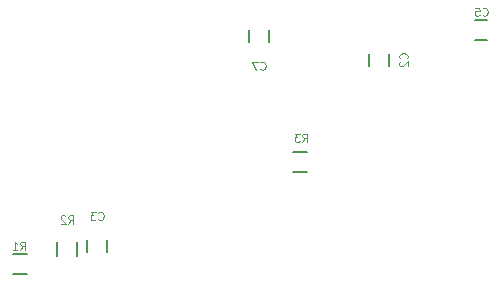
<source format=gbo>
G04 #@! TF.FileFunction,Legend,Bot*
%FSLAX46Y46*%
G04 Gerber Fmt 4.6, Leading zero omitted, Abs format (unit mm)*
G04 Created by KiCad (PCBNEW 4.0.2-4+6225~38~ubuntu14.04.1-stable) date Fri 18 Mar 2016 20:44:09 GMT*
%MOMM*%
G01*
G04 APERTURE LIST*
%ADD10C,0.100000*%
%ADD11C,0.150000*%
%ADD12C,0.110000*%
G04 APERTURE END LIST*
D10*
D11*
X193890000Y-89908000D02*
X193890000Y-90908000D01*
X192190000Y-90908000D02*
X192190000Y-89908000D01*
X170014000Y-105672000D02*
X170014000Y-106672000D01*
X168314000Y-106672000D02*
X168314000Y-105672000D01*
X202192000Y-88734000D02*
X201192000Y-88734000D01*
X201192000Y-87034000D02*
X202192000Y-87034000D01*
X182030000Y-88892000D02*
X182030000Y-87892000D01*
X183730000Y-87892000D02*
X183730000Y-88892000D01*
X162026000Y-108571000D02*
X163226000Y-108571000D01*
X163226000Y-106821000D02*
X162026000Y-106821000D01*
X165749000Y-105826000D02*
X165749000Y-107026000D01*
X167499000Y-107026000D02*
X167499000Y-105826000D01*
X186970000Y-98185000D02*
X185770000Y-98185000D01*
X185770000Y-99935000D02*
X186970000Y-99935000D01*
D12*
X195390000Y-90291334D02*
X195423333Y-90258000D01*
X195456667Y-90158000D01*
X195456667Y-90091334D01*
X195423333Y-89991334D01*
X195356667Y-89924667D01*
X195290000Y-89891334D01*
X195156667Y-89858000D01*
X195056667Y-89858000D01*
X194923333Y-89891334D01*
X194856667Y-89924667D01*
X194790000Y-89991334D01*
X194756667Y-90091334D01*
X194756667Y-90158000D01*
X194790000Y-90258000D01*
X194823333Y-90291334D01*
X194823333Y-90558000D02*
X194790000Y-90591334D01*
X194756667Y-90658000D01*
X194756667Y-90824667D01*
X194790000Y-90891334D01*
X194823333Y-90924667D01*
X194890000Y-90958000D01*
X194956667Y-90958000D01*
X195056667Y-90924667D01*
X195456667Y-90524667D01*
X195456667Y-90958000D01*
X169280666Y-103898000D02*
X169314000Y-103931333D01*
X169414000Y-103964667D01*
X169480666Y-103964667D01*
X169580666Y-103931333D01*
X169647333Y-103864667D01*
X169680666Y-103798000D01*
X169714000Y-103664667D01*
X169714000Y-103564667D01*
X169680666Y-103431333D01*
X169647333Y-103364667D01*
X169580666Y-103298000D01*
X169480666Y-103264667D01*
X169414000Y-103264667D01*
X169314000Y-103298000D01*
X169280666Y-103331333D01*
X169047333Y-103264667D02*
X168614000Y-103264667D01*
X168847333Y-103531333D01*
X168747333Y-103531333D01*
X168680666Y-103564667D01*
X168647333Y-103598000D01*
X168614000Y-103664667D01*
X168614000Y-103831333D01*
X168647333Y-103898000D01*
X168680666Y-103931333D01*
X168747333Y-103964667D01*
X168947333Y-103964667D01*
X169014000Y-103931333D01*
X169047333Y-103898000D01*
X201808666Y-86610000D02*
X201842000Y-86643333D01*
X201942000Y-86676667D01*
X202008666Y-86676667D01*
X202108666Y-86643333D01*
X202175333Y-86576667D01*
X202208666Y-86510000D01*
X202242000Y-86376667D01*
X202242000Y-86276667D01*
X202208666Y-86143333D01*
X202175333Y-86076667D01*
X202108666Y-86010000D01*
X202008666Y-85976667D01*
X201942000Y-85976667D01*
X201842000Y-86010000D01*
X201808666Y-86043333D01*
X201175333Y-85976667D02*
X201508666Y-85976667D01*
X201542000Y-86310000D01*
X201508666Y-86276667D01*
X201442000Y-86243333D01*
X201275333Y-86243333D01*
X201208666Y-86276667D01*
X201175333Y-86310000D01*
X201142000Y-86376667D01*
X201142000Y-86543333D01*
X201175333Y-86610000D01*
X201208666Y-86643333D01*
X201275333Y-86676667D01*
X201442000Y-86676667D01*
X201508666Y-86643333D01*
X201542000Y-86610000D01*
X182996666Y-91182000D02*
X183030000Y-91215333D01*
X183130000Y-91248667D01*
X183196666Y-91248667D01*
X183296666Y-91215333D01*
X183363333Y-91148667D01*
X183396666Y-91082000D01*
X183430000Y-90948667D01*
X183430000Y-90848667D01*
X183396666Y-90715333D01*
X183363333Y-90648667D01*
X183296666Y-90582000D01*
X183196666Y-90548667D01*
X183130000Y-90548667D01*
X183030000Y-90582000D01*
X182996666Y-90615333D01*
X182763333Y-90548667D02*
X182296666Y-90548667D01*
X182596666Y-91248667D01*
X162676666Y-106488667D02*
X162910000Y-106155333D01*
X163076666Y-106488667D02*
X163076666Y-105788667D01*
X162810000Y-105788667D01*
X162743333Y-105822000D01*
X162710000Y-105855333D01*
X162676666Y-105922000D01*
X162676666Y-106022000D01*
X162710000Y-106088667D01*
X162743333Y-106122000D01*
X162810000Y-106155333D01*
X163076666Y-106155333D01*
X162010000Y-106488667D02*
X162410000Y-106488667D01*
X162210000Y-106488667D02*
X162210000Y-105788667D01*
X162276666Y-105888667D01*
X162343333Y-105955333D01*
X162410000Y-105988667D01*
X166740666Y-104268667D02*
X166974000Y-103935333D01*
X167140666Y-104268667D02*
X167140666Y-103568667D01*
X166874000Y-103568667D01*
X166807333Y-103602000D01*
X166774000Y-103635333D01*
X166740666Y-103702000D01*
X166740666Y-103802000D01*
X166774000Y-103868667D01*
X166807333Y-103902000D01*
X166874000Y-103935333D01*
X167140666Y-103935333D01*
X166474000Y-103635333D02*
X166440666Y-103602000D01*
X166374000Y-103568667D01*
X166207333Y-103568667D01*
X166140666Y-103602000D01*
X166107333Y-103635333D01*
X166074000Y-103702000D01*
X166074000Y-103768667D01*
X166107333Y-103868667D01*
X166507333Y-104268667D01*
X166074000Y-104268667D01*
X186552666Y-97344667D02*
X186786000Y-97011333D01*
X186952666Y-97344667D02*
X186952666Y-96644667D01*
X186686000Y-96644667D01*
X186619333Y-96678000D01*
X186586000Y-96711333D01*
X186552666Y-96778000D01*
X186552666Y-96878000D01*
X186586000Y-96944667D01*
X186619333Y-96978000D01*
X186686000Y-97011333D01*
X186952666Y-97011333D01*
X186319333Y-96644667D02*
X185886000Y-96644667D01*
X186119333Y-96911333D01*
X186019333Y-96911333D01*
X185952666Y-96944667D01*
X185919333Y-96978000D01*
X185886000Y-97044667D01*
X185886000Y-97211333D01*
X185919333Y-97278000D01*
X185952666Y-97311333D01*
X186019333Y-97344667D01*
X186219333Y-97344667D01*
X186286000Y-97311333D01*
X186319333Y-97278000D01*
M02*

</source>
